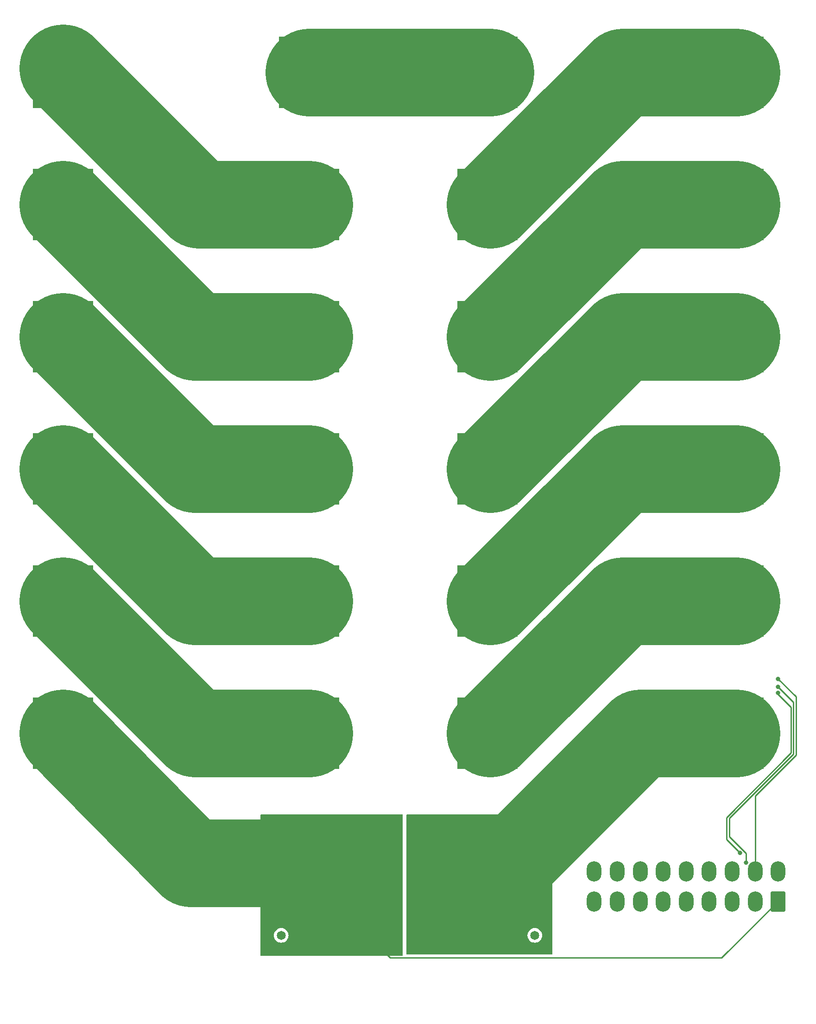
<source format=gbl>
G04 #@! TF.GenerationSoftware,KiCad,Pcbnew,(6.0.8-1)-1*
G04 #@! TF.CreationDate,2023-03-04T15:57:30-08:00*
G04 #@! TF.ProjectId,URBAN_CELL_BOARD,55524241-4e5f-4434-954c-4c5f424f4152,rev?*
G04 #@! TF.SameCoordinates,Original*
G04 #@! TF.FileFunction,Copper,L2,Bot*
G04 #@! TF.FilePolarity,Positive*
%FSLAX46Y46*%
G04 Gerber Fmt 4.6, Leading zero omitted, Abs format (unit mm)*
G04 Created by KiCad (PCBNEW (6.0.8-1)-1) date 2023-03-04 15:57:30*
%MOMM*%
%LPD*%
G01*
G04 APERTURE LIST*
G04 Aperture macros list*
%AMRoundRect*
0 Rectangle with rounded corners*
0 $1 Rounding radius*
0 $2 $3 $4 $5 $6 $7 $8 $9 X,Y pos of 4 corners*
0 Add a 4 corners polygon primitive as box body*
4,1,4,$2,$3,$4,$5,$6,$7,$8,$9,$2,$3,0*
0 Add four circle primitives for the rounded corners*
1,1,$1+$1,$2,$3*
1,1,$1+$1,$4,$5*
1,1,$1+$1,$6,$7*
1,1,$1+$1,$8,$9*
0 Add four rect primitives between the rounded corners*
20,1,$1+$1,$2,$3,$4,$5,0*
20,1,$1+$1,$4,$5,$6,$7,0*
20,1,$1+$1,$6,$7,$8,$9,0*
20,1,$1+$1,$8,$9,$2,$3,0*%
G04 Aperture macros list end*
G04 #@! TA.AperFunction,SMDPad,CuDef*
%ADD10R,11.000000X13.000000*%
G04 #@! TD*
G04 #@! TA.AperFunction,ComponentPad*
%ADD11C,9.000000*%
G04 #@! TD*
G04 #@! TA.AperFunction,ComponentPad*
%ADD12R,6.000000X6.000000*%
G04 #@! TD*
G04 #@! TA.AperFunction,ComponentPad*
%ADD13C,6.000000*%
G04 #@! TD*
G04 #@! TA.AperFunction,ComponentPad*
%ADD14RoundRect,0.250001X1.099999X1.599999X-1.099999X1.599999X-1.099999X-1.599999X1.099999X-1.599999X0*%
G04 #@! TD*
G04 #@! TA.AperFunction,ComponentPad*
%ADD15O,2.700000X3.700000*%
G04 #@! TD*
G04 #@! TA.AperFunction,ComponentPad*
%ADD16C,1.650000*%
G04 #@! TD*
G04 #@! TA.AperFunction,ViaPad*
%ADD17C,0.800000*%
G04 #@! TD*
G04 #@! TA.AperFunction,Conductor*
%ADD18C,0.250000*%
G04 #@! TD*
G04 #@! TA.AperFunction,Conductor*
%ADD19C,16.000000*%
G04 #@! TD*
G04 #@! TA.AperFunction,Conductor*
%ADD20C,3.000000*%
G04 #@! TD*
G04 APERTURE END LIST*
D10*
X148629000Y-119750000D03*
D11*
X148629000Y-119750000D03*
X103689000Y-119750000D03*
D10*
X103689000Y-119750000D03*
D11*
X226129000Y-119750000D03*
D10*
X226129000Y-119750000D03*
D11*
X181189000Y-119750000D03*
D10*
X181189000Y-119750000D03*
X148629000Y-143884000D03*
D11*
X148629000Y-143884000D03*
X103689000Y-143884000D03*
D10*
X103689000Y-143884000D03*
D11*
X226129000Y-168018000D03*
D10*
X226129000Y-168018000D03*
X181189000Y-168018000D03*
D11*
X181189000Y-168018000D03*
D12*
X161290000Y-274217500D03*
X161290000Y-264057500D03*
D13*
X171450000Y-274217500D03*
X171450000Y-264057500D03*
D14*
X234315000Y-271145000D03*
D15*
X230115000Y-271145000D03*
X225915000Y-271145000D03*
X221715000Y-271145000D03*
X217515000Y-271145000D03*
X213315000Y-271145000D03*
X209115000Y-271145000D03*
X204915000Y-271145000D03*
X200715000Y-271145000D03*
X234315000Y-265645000D03*
X230115000Y-265645000D03*
X225915000Y-265645000D03*
X221715000Y-265645000D03*
X217515000Y-265645000D03*
X213315000Y-265645000D03*
X209115000Y-265645000D03*
X204915000Y-265645000D03*
X200715000Y-265645000D03*
D16*
X189865000Y-272270000D03*
X189865000Y-277350000D03*
D10*
X148629000Y-192153000D03*
D11*
X148629000Y-192153000D03*
X103689000Y-192153000D03*
D10*
X103689000Y-192153000D03*
D11*
X226129000Y-192153000D03*
D10*
X226129000Y-192153000D03*
D11*
X181189000Y-192153000D03*
D10*
X181189000Y-192153000D03*
D11*
X148629000Y-168018000D03*
D10*
X148629000Y-168018000D03*
X103689000Y-168018000D03*
D11*
X103689000Y-168018000D03*
D10*
X226129000Y-216287000D03*
D11*
X226129000Y-216287000D03*
D10*
X181189000Y-216287000D03*
D11*
X181189000Y-216287000D03*
D10*
X148629000Y-240421000D03*
D11*
X148629000Y-240421000D03*
X103689000Y-240421000D03*
D10*
X103689000Y-240421000D03*
D16*
X143510000Y-272270000D03*
X143510000Y-277350000D03*
D11*
X226129000Y-240421000D03*
D10*
X226129000Y-240421000D03*
D11*
X181189000Y-240421000D03*
D10*
X181189000Y-240421000D03*
D11*
X148629000Y-216287000D03*
D10*
X148629000Y-216287000D03*
X103689000Y-216287000D03*
D11*
X103689000Y-216287000D03*
D10*
X226129000Y-143884000D03*
D11*
X226129000Y-143884000D03*
D10*
X181189000Y-143884000D03*
D11*
X181189000Y-143884000D03*
D17*
X227330000Y-262255000D03*
X234295500Y-233045000D03*
X234295500Y-231935842D03*
X228480577Y-264082355D03*
X234295500Y-230505000D03*
D18*
X224879500Y-255816896D02*
X236670000Y-244026396D01*
X236670000Y-235664195D02*
X234295500Y-233289695D01*
X227330000Y-262255000D02*
X224879500Y-259804500D01*
D19*
X127823000Y-240421000D02*
X103689000Y-216287000D01*
D18*
X224879500Y-259804500D02*
X224879500Y-255816896D01*
D19*
X148629000Y-240421000D02*
X127823000Y-240421000D01*
D18*
X234295500Y-233289695D02*
X234295500Y-233045000D01*
X236670000Y-244026396D02*
X236670000Y-235664195D01*
X130175000Y-267335000D02*
X127000000Y-264160000D01*
X161290000Y-279290000D02*
X161290000Y-274217500D01*
D19*
X103689000Y-240421000D02*
X127000000Y-264160000D01*
D18*
X163459000Y-281459000D02*
X161290000Y-279290000D01*
D20*
X143510000Y-271635000D02*
X158707500Y-271635000D01*
X158707500Y-271635000D02*
X161290000Y-274217500D01*
D19*
X127000000Y-264160000D02*
X157480000Y-264160000D01*
D18*
X224001000Y-281459000D02*
X163459000Y-281459000D01*
X234315000Y-271145000D02*
X224001000Y-281459000D01*
X228480577Y-264082355D02*
X228480577Y-262380272D01*
X225425000Y-255907792D02*
X237120000Y-244212792D01*
X225425000Y-259324695D02*
X225425000Y-255907792D01*
D19*
X127823000Y-216287000D02*
X103689000Y-192153000D01*
D18*
X237120000Y-234760342D02*
X234295500Y-231935842D01*
X228480577Y-262380272D02*
X225425000Y-259324695D01*
X237120000Y-244212792D02*
X237120000Y-234760342D01*
D19*
X148629000Y-216287000D02*
X127823000Y-216287000D01*
X128573000Y-143884000D02*
X103689000Y-119000000D01*
X148629000Y-143884000D02*
X128573000Y-143884000D01*
X127823000Y-168018000D02*
X103689000Y-143884000D01*
X148629000Y-168018000D02*
X127823000Y-168018000D01*
D18*
X237570000Y-233760000D02*
X234315000Y-230505000D01*
X230115000Y-251854188D02*
X237570000Y-244399188D01*
X230115000Y-265645000D02*
X230115000Y-251854188D01*
X234315000Y-230505000D02*
X234295500Y-230505000D01*
D19*
X148629000Y-192153000D02*
X127824000Y-192153000D01*
D18*
X237570000Y-244399188D02*
X237570000Y-233760000D01*
D19*
X127824000Y-192153000D02*
X103689000Y-168018000D01*
X181755000Y-119750000D02*
X148629000Y-119750000D01*
X182880000Y-266700000D02*
X175260000Y-266700000D01*
X209159000Y-240421000D02*
X182880000Y-266700000D01*
X226695000Y-240421000D02*
X209159000Y-240421000D01*
X226695000Y-216287000D02*
X205889000Y-216287000D01*
X205889000Y-216287000D02*
X181755000Y-240421000D01*
X226695000Y-119750000D02*
X205889000Y-119750000D01*
X205889000Y-119750000D02*
X181755000Y-143884000D01*
X226695000Y-143884000D02*
X205889000Y-143884000D01*
X205889000Y-143884000D02*
X181755000Y-168018000D01*
X226695000Y-168018000D02*
X205890000Y-168018000D01*
X205890000Y-168018000D02*
X181755000Y-192153000D01*
X205889000Y-192153000D02*
X181755000Y-216287000D01*
X226695000Y-192153000D02*
X205889000Y-192153000D01*
G04 #@! TA.AperFunction,Conductor*
G36*
X192982121Y-255290002D02*
G01*
X193028614Y-255343658D01*
X193040000Y-255396000D01*
X193040000Y-280699500D01*
X193019998Y-280767621D01*
X192966342Y-280814114D01*
X192914000Y-280825500D01*
X166496000Y-280825500D01*
X166427879Y-280805498D01*
X166381386Y-280751842D01*
X166370000Y-280699500D01*
X166370000Y-277350000D01*
X188526406Y-277350000D01*
X188546742Y-277582444D01*
X188607133Y-277807826D01*
X188609455Y-277812806D01*
X188609456Y-277812808D01*
X188703418Y-278014310D01*
X188703421Y-278014315D01*
X188705744Y-278019297D01*
X188839578Y-278210432D01*
X189004568Y-278375422D01*
X189009076Y-278378579D01*
X189009079Y-278378581D01*
X189191194Y-278506099D01*
X189195703Y-278509256D01*
X189200685Y-278511579D01*
X189200690Y-278511582D01*
X189402192Y-278605544D01*
X189407174Y-278607867D01*
X189412482Y-278609289D01*
X189412484Y-278609290D01*
X189627241Y-278666834D01*
X189627243Y-278666834D01*
X189632556Y-278668258D01*
X189865000Y-278688594D01*
X190097444Y-278668258D01*
X190102757Y-278666834D01*
X190102759Y-278666834D01*
X190317516Y-278609290D01*
X190317518Y-278609289D01*
X190322826Y-278607867D01*
X190327808Y-278605544D01*
X190529310Y-278511582D01*
X190529315Y-278511579D01*
X190534297Y-278509256D01*
X190538806Y-278506099D01*
X190720921Y-278378581D01*
X190720924Y-278378579D01*
X190725432Y-278375422D01*
X190890422Y-278210432D01*
X191024256Y-278019297D01*
X191026579Y-278014315D01*
X191026582Y-278014310D01*
X191120544Y-277812808D01*
X191120545Y-277812806D01*
X191122867Y-277807826D01*
X191183258Y-277582444D01*
X191203594Y-277350000D01*
X191183258Y-277117556D01*
X191122867Y-276892174D01*
X191120544Y-276887192D01*
X191026582Y-276685690D01*
X191026579Y-276685685D01*
X191024256Y-276680703D01*
X190890422Y-276489568D01*
X190725432Y-276324578D01*
X190720924Y-276321421D01*
X190720921Y-276321419D01*
X190538806Y-276193901D01*
X190538804Y-276193900D01*
X190534297Y-276190744D01*
X190529315Y-276188421D01*
X190529310Y-276188418D01*
X190327808Y-276094456D01*
X190327806Y-276094455D01*
X190322826Y-276092133D01*
X190317518Y-276090711D01*
X190317516Y-276090710D01*
X190102759Y-276033166D01*
X190102757Y-276033166D01*
X190097444Y-276031742D01*
X189865000Y-276011406D01*
X189632556Y-276031742D01*
X189627243Y-276033166D01*
X189627241Y-276033166D01*
X189412484Y-276090710D01*
X189412482Y-276090711D01*
X189407174Y-276092133D01*
X189402194Y-276094455D01*
X189402192Y-276094456D01*
X189200690Y-276188418D01*
X189200685Y-276188421D01*
X189195703Y-276190744D01*
X189191196Y-276193900D01*
X189191194Y-276193901D01*
X189009079Y-276321419D01*
X189009076Y-276321421D01*
X189004568Y-276324578D01*
X188839578Y-276489568D01*
X188705744Y-276680703D01*
X188703421Y-276685685D01*
X188703418Y-276685690D01*
X188609456Y-276887192D01*
X188607133Y-276892174D01*
X188546742Y-277117556D01*
X188526406Y-277350000D01*
X166370000Y-277350000D01*
X166370000Y-255396000D01*
X166390002Y-255327879D01*
X166443658Y-255281386D01*
X166496000Y-255270000D01*
X192914000Y-255270000D01*
X192982121Y-255290002D01*
G37*
G04 #@! TD.AperFunction*
G04 #@! TA.AperFunction,Conductor*
G36*
X165677121Y-255290002D02*
G01*
X165723614Y-255343658D01*
X165735000Y-255396000D01*
X165735000Y-280949500D01*
X165714998Y-281017621D01*
X165661342Y-281064114D01*
X165609000Y-281075500D01*
X139826000Y-281075500D01*
X139757879Y-281055498D01*
X139711386Y-281001842D01*
X139700000Y-280949500D01*
X139700000Y-277350000D01*
X142171406Y-277350000D01*
X142191742Y-277582444D01*
X142252133Y-277807826D01*
X142254455Y-277812806D01*
X142254456Y-277812808D01*
X142348418Y-278014310D01*
X142348421Y-278014315D01*
X142350744Y-278019297D01*
X142484578Y-278210432D01*
X142649568Y-278375422D01*
X142654076Y-278378579D01*
X142654079Y-278378581D01*
X142836194Y-278506099D01*
X142840703Y-278509256D01*
X142845685Y-278511579D01*
X142845690Y-278511582D01*
X143047192Y-278605544D01*
X143052174Y-278607867D01*
X143057482Y-278609289D01*
X143057484Y-278609290D01*
X143272241Y-278666834D01*
X143272243Y-278666834D01*
X143277556Y-278668258D01*
X143510000Y-278688594D01*
X143742444Y-278668258D01*
X143747757Y-278666834D01*
X143747759Y-278666834D01*
X143962516Y-278609290D01*
X143962518Y-278609289D01*
X143967826Y-278607867D01*
X143972808Y-278605544D01*
X144174310Y-278511582D01*
X144174315Y-278511579D01*
X144179297Y-278509256D01*
X144183806Y-278506099D01*
X144365921Y-278378581D01*
X144365924Y-278378579D01*
X144370432Y-278375422D01*
X144535422Y-278210432D01*
X144669256Y-278019297D01*
X144671579Y-278014315D01*
X144671582Y-278014310D01*
X144765544Y-277812808D01*
X144765545Y-277812806D01*
X144767867Y-277807826D01*
X144828258Y-277582444D01*
X144848594Y-277350000D01*
X144828258Y-277117556D01*
X144767867Y-276892174D01*
X144765544Y-276887192D01*
X144671582Y-276685690D01*
X144671579Y-276685685D01*
X144669256Y-276680703D01*
X144535422Y-276489568D01*
X144370432Y-276324578D01*
X144365924Y-276321421D01*
X144365921Y-276321419D01*
X144183806Y-276193901D01*
X144183804Y-276193900D01*
X144179297Y-276190744D01*
X144174315Y-276188421D01*
X144174310Y-276188418D01*
X143972808Y-276094456D01*
X143972806Y-276094455D01*
X143967826Y-276092133D01*
X143962518Y-276090711D01*
X143962516Y-276090710D01*
X143747759Y-276033166D01*
X143747757Y-276033166D01*
X143742444Y-276031742D01*
X143510000Y-276011406D01*
X143277556Y-276031742D01*
X143272243Y-276033166D01*
X143272241Y-276033166D01*
X143057484Y-276090710D01*
X143057482Y-276090711D01*
X143052174Y-276092133D01*
X143047194Y-276094455D01*
X143047192Y-276094456D01*
X142845690Y-276188418D01*
X142845685Y-276188421D01*
X142840703Y-276190744D01*
X142836196Y-276193900D01*
X142836194Y-276193901D01*
X142654079Y-276321419D01*
X142654076Y-276321421D01*
X142649568Y-276324578D01*
X142484578Y-276489568D01*
X142350744Y-276680703D01*
X142348421Y-276685685D01*
X142348418Y-276685690D01*
X142254456Y-276887192D01*
X142252133Y-276892174D01*
X142191742Y-277117556D01*
X142171406Y-277350000D01*
X139700000Y-277350000D01*
X139700000Y-255396000D01*
X139720002Y-255327879D01*
X139773658Y-255281386D01*
X139826000Y-255270000D01*
X165609000Y-255270000D01*
X165677121Y-255290002D01*
G37*
G04 #@! TD.AperFunction*
M02*

</source>
